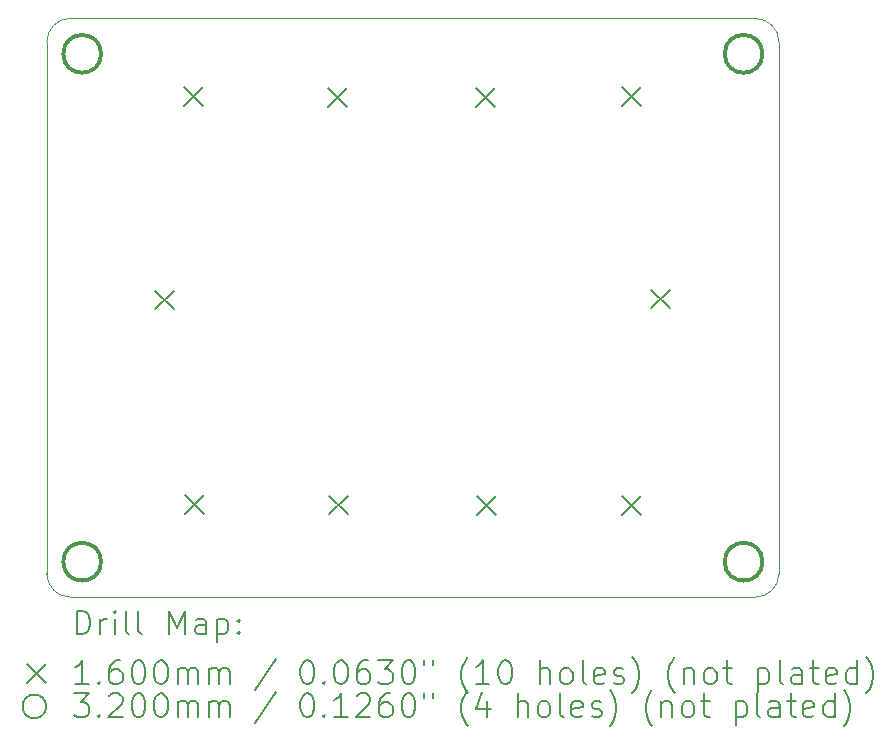
<source format=gbr>
%TF.GenerationSoftware,KiCad,Pcbnew,(6.0.9)*%
%TF.CreationDate,2023-02-05T01:33:22+02:00*%
%TF.ProjectId,Power for cam,506f7765-7220-4666-9f72-2063616d2e6b,rev?*%
%TF.SameCoordinates,Original*%
%TF.FileFunction,Drillmap*%
%TF.FilePolarity,Positive*%
%FSLAX45Y45*%
G04 Gerber Fmt 4.5, Leading zero omitted, Abs format (unit mm)*
G04 Created by KiCad (PCBNEW (6.0.9)) date 2023-02-05 01:33:22*
%MOMM*%
%LPD*%
G01*
G04 APERTURE LIST*
%ADD10C,0.100000*%
%ADD11C,0.200000*%
%ADD12C,0.160000*%
%ADD13C,0.320000*%
G04 APERTURE END LIST*
D10*
X12100000Y-10700000D02*
G75*
G03*
X12300000Y-10900000I200000J0D01*
G01*
X12300000Y-6000000D02*
G75*
G03*
X12100000Y-6200000I0J-200000D01*
G01*
X18300000Y-6200000D02*
G75*
G03*
X18100000Y-6000000I-200000J0D01*
G01*
X18100000Y-10900000D02*
G75*
G03*
X18300000Y-10700000I0J200000D01*
G01*
X18300000Y-6200000D02*
X18300000Y-10700000D01*
X12100000Y-6200000D02*
X12100000Y-10700000D01*
X12300000Y-10900000D02*
X18100000Y-10900000D01*
X12300000Y-6000000D02*
X18100000Y-6000000D01*
D11*
D12*
X13016760Y-8304540D02*
X13176760Y-8464540D01*
X13176760Y-8304540D02*
X13016760Y-8464540D01*
X13265720Y-6583700D02*
X13425720Y-6743700D01*
X13425720Y-6583700D02*
X13265720Y-6743700D01*
X13273000Y-10039000D02*
X13433000Y-10199000D01*
X13433000Y-10039000D02*
X13273000Y-10199000D01*
X14479280Y-6588020D02*
X14639280Y-6748020D01*
X14639280Y-6588020D02*
X14479280Y-6748020D01*
X14490000Y-10040000D02*
X14650000Y-10200000D01*
X14650000Y-10040000D02*
X14490000Y-10200000D01*
X15734040Y-6588020D02*
X15894040Y-6748020D01*
X15894040Y-6588020D02*
X15734040Y-6748020D01*
X15742220Y-10046260D02*
X15902220Y-10206260D01*
X15902220Y-10046260D02*
X15742220Y-10206260D01*
X16968480Y-10045280D02*
X17128480Y-10205280D01*
X17128480Y-10045280D02*
X16968480Y-10205280D01*
X16969580Y-6583700D02*
X17129580Y-6743700D01*
X17129580Y-6583700D02*
X16969580Y-6743700D01*
X17219580Y-8295680D02*
X17379580Y-8455680D01*
X17379580Y-8295680D02*
X17219580Y-8455680D01*
D13*
X12560000Y-6300000D02*
G75*
G03*
X12560000Y-6300000I-160000J0D01*
G01*
X12560000Y-10600000D02*
G75*
G03*
X12560000Y-10600000I-160000J0D01*
G01*
X18160000Y-6300000D02*
G75*
G03*
X18160000Y-6300000I-160000J0D01*
G01*
X18160000Y-10600000D02*
G75*
G03*
X18160000Y-10600000I-160000J0D01*
G01*
D11*
X12352619Y-11215476D02*
X12352619Y-11015476D01*
X12400238Y-11015476D01*
X12428809Y-11025000D01*
X12447857Y-11044048D01*
X12457381Y-11063095D01*
X12466905Y-11101190D01*
X12466905Y-11129762D01*
X12457381Y-11167857D01*
X12447857Y-11186905D01*
X12428809Y-11205952D01*
X12400238Y-11215476D01*
X12352619Y-11215476D01*
X12552619Y-11215476D02*
X12552619Y-11082143D01*
X12552619Y-11120238D02*
X12562143Y-11101190D01*
X12571667Y-11091667D01*
X12590714Y-11082143D01*
X12609762Y-11082143D01*
X12676428Y-11215476D02*
X12676428Y-11082143D01*
X12676428Y-11015476D02*
X12666905Y-11025000D01*
X12676428Y-11034524D01*
X12685952Y-11025000D01*
X12676428Y-11015476D01*
X12676428Y-11034524D01*
X12800238Y-11215476D02*
X12781190Y-11205952D01*
X12771667Y-11186905D01*
X12771667Y-11015476D01*
X12905000Y-11215476D02*
X12885952Y-11205952D01*
X12876428Y-11186905D01*
X12876428Y-11015476D01*
X13133571Y-11215476D02*
X13133571Y-11015476D01*
X13200238Y-11158333D01*
X13266905Y-11015476D01*
X13266905Y-11215476D01*
X13447857Y-11215476D02*
X13447857Y-11110714D01*
X13438333Y-11091667D01*
X13419286Y-11082143D01*
X13381190Y-11082143D01*
X13362143Y-11091667D01*
X13447857Y-11205952D02*
X13428809Y-11215476D01*
X13381190Y-11215476D01*
X13362143Y-11205952D01*
X13352619Y-11186905D01*
X13352619Y-11167857D01*
X13362143Y-11148810D01*
X13381190Y-11139286D01*
X13428809Y-11139286D01*
X13447857Y-11129762D01*
X13543095Y-11082143D02*
X13543095Y-11282143D01*
X13543095Y-11091667D02*
X13562143Y-11082143D01*
X13600238Y-11082143D01*
X13619286Y-11091667D01*
X13628809Y-11101190D01*
X13638333Y-11120238D01*
X13638333Y-11177381D01*
X13628809Y-11196428D01*
X13619286Y-11205952D01*
X13600238Y-11215476D01*
X13562143Y-11215476D01*
X13543095Y-11205952D01*
X13724048Y-11196428D02*
X13733571Y-11205952D01*
X13724048Y-11215476D01*
X13714524Y-11205952D01*
X13724048Y-11196428D01*
X13724048Y-11215476D01*
X13724048Y-11091667D02*
X13733571Y-11101190D01*
X13724048Y-11110714D01*
X13714524Y-11101190D01*
X13724048Y-11091667D01*
X13724048Y-11110714D01*
D12*
X11935000Y-11465000D02*
X12095000Y-11625000D01*
X12095000Y-11465000D02*
X11935000Y-11625000D01*
D11*
X12457381Y-11635476D02*
X12343095Y-11635476D01*
X12400238Y-11635476D02*
X12400238Y-11435476D01*
X12381190Y-11464048D01*
X12362143Y-11483095D01*
X12343095Y-11492619D01*
X12543095Y-11616428D02*
X12552619Y-11625952D01*
X12543095Y-11635476D01*
X12533571Y-11625952D01*
X12543095Y-11616428D01*
X12543095Y-11635476D01*
X12724048Y-11435476D02*
X12685952Y-11435476D01*
X12666905Y-11445000D01*
X12657381Y-11454524D01*
X12638333Y-11483095D01*
X12628809Y-11521190D01*
X12628809Y-11597381D01*
X12638333Y-11616428D01*
X12647857Y-11625952D01*
X12666905Y-11635476D01*
X12705000Y-11635476D01*
X12724048Y-11625952D01*
X12733571Y-11616428D01*
X12743095Y-11597381D01*
X12743095Y-11549762D01*
X12733571Y-11530714D01*
X12724048Y-11521190D01*
X12705000Y-11511667D01*
X12666905Y-11511667D01*
X12647857Y-11521190D01*
X12638333Y-11530714D01*
X12628809Y-11549762D01*
X12866905Y-11435476D02*
X12885952Y-11435476D01*
X12905000Y-11445000D01*
X12914524Y-11454524D01*
X12924048Y-11473571D01*
X12933571Y-11511667D01*
X12933571Y-11559286D01*
X12924048Y-11597381D01*
X12914524Y-11616428D01*
X12905000Y-11625952D01*
X12885952Y-11635476D01*
X12866905Y-11635476D01*
X12847857Y-11625952D01*
X12838333Y-11616428D01*
X12828809Y-11597381D01*
X12819286Y-11559286D01*
X12819286Y-11511667D01*
X12828809Y-11473571D01*
X12838333Y-11454524D01*
X12847857Y-11445000D01*
X12866905Y-11435476D01*
X13057381Y-11435476D02*
X13076428Y-11435476D01*
X13095476Y-11445000D01*
X13105000Y-11454524D01*
X13114524Y-11473571D01*
X13124048Y-11511667D01*
X13124048Y-11559286D01*
X13114524Y-11597381D01*
X13105000Y-11616428D01*
X13095476Y-11625952D01*
X13076428Y-11635476D01*
X13057381Y-11635476D01*
X13038333Y-11625952D01*
X13028809Y-11616428D01*
X13019286Y-11597381D01*
X13009762Y-11559286D01*
X13009762Y-11511667D01*
X13019286Y-11473571D01*
X13028809Y-11454524D01*
X13038333Y-11445000D01*
X13057381Y-11435476D01*
X13209762Y-11635476D02*
X13209762Y-11502143D01*
X13209762Y-11521190D02*
X13219286Y-11511667D01*
X13238333Y-11502143D01*
X13266905Y-11502143D01*
X13285952Y-11511667D01*
X13295476Y-11530714D01*
X13295476Y-11635476D01*
X13295476Y-11530714D02*
X13305000Y-11511667D01*
X13324048Y-11502143D01*
X13352619Y-11502143D01*
X13371667Y-11511667D01*
X13381190Y-11530714D01*
X13381190Y-11635476D01*
X13476428Y-11635476D02*
X13476428Y-11502143D01*
X13476428Y-11521190D02*
X13485952Y-11511667D01*
X13505000Y-11502143D01*
X13533571Y-11502143D01*
X13552619Y-11511667D01*
X13562143Y-11530714D01*
X13562143Y-11635476D01*
X13562143Y-11530714D02*
X13571667Y-11511667D01*
X13590714Y-11502143D01*
X13619286Y-11502143D01*
X13638333Y-11511667D01*
X13647857Y-11530714D01*
X13647857Y-11635476D01*
X14038333Y-11425952D02*
X13866905Y-11683095D01*
X14295476Y-11435476D02*
X14314524Y-11435476D01*
X14333571Y-11445000D01*
X14343095Y-11454524D01*
X14352619Y-11473571D01*
X14362143Y-11511667D01*
X14362143Y-11559286D01*
X14352619Y-11597381D01*
X14343095Y-11616428D01*
X14333571Y-11625952D01*
X14314524Y-11635476D01*
X14295476Y-11635476D01*
X14276428Y-11625952D01*
X14266905Y-11616428D01*
X14257381Y-11597381D01*
X14247857Y-11559286D01*
X14247857Y-11511667D01*
X14257381Y-11473571D01*
X14266905Y-11454524D01*
X14276428Y-11445000D01*
X14295476Y-11435476D01*
X14447857Y-11616428D02*
X14457381Y-11625952D01*
X14447857Y-11635476D01*
X14438333Y-11625952D01*
X14447857Y-11616428D01*
X14447857Y-11635476D01*
X14581190Y-11435476D02*
X14600238Y-11435476D01*
X14619286Y-11445000D01*
X14628809Y-11454524D01*
X14638333Y-11473571D01*
X14647857Y-11511667D01*
X14647857Y-11559286D01*
X14638333Y-11597381D01*
X14628809Y-11616428D01*
X14619286Y-11625952D01*
X14600238Y-11635476D01*
X14581190Y-11635476D01*
X14562143Y-11625952D01*
X14552619Y-11616428D01*
X14543095Y-11597381D01*
X14533571Y-11559286D01*
X14533571Y-11511667D01*
X14543095Y-11473571D01*
X14552619Y-11454524D01*
X14562143Y-11445000D01*
X14581190Y-11435476D01*
X14819286Y-11435476D02*
X14781190Y-11435476D01*
X14762143Y-11445000D01*
X14752619Y-11454524D01*
X14733571Y-11483095D01*
X14724048Y-11521190D01*
X14724048Y-11597381D01*
X14733571Y-11616428D01*
X14743095Y-11625952D01*
X14762143Y-11635476D01*
X14800238Y-11635476D01*
X14819286Y-11625952D01*
X14828809Y-11616428D01*
X14838333Y-11597381D01*
X14838333Y-11549762D01*
X14828809Y-11530714D01*
X14819286Y-11521190D01*
X14800238Y-11511667D01*
X14762143Y-11511667D01*
X14743095Y-11521190D01*
X14733571Y-11530714D01*
X14724048Y-11549762D01*
X14905000Y-11435476D02*
X15028809Y-11435476D01*
X14962143Y-11511667D01*
X14990714Y-11511667D01*
X15009762Y-11521190D01*
X15019286Y-11530714D01*
X15028809Y-11549762D01*
X15028809Y-11597381D01*
X15019286Y-11616428D01*
X15009762Y-11625952D01*
X14990714Y-11635476D01*
X14933571Y-11635476D01*
X14914524Y-11625952D01*
X14905000Y-11616428D01*
X15152619Y-11435476D02*
X15171667Y-11435476D01*
X15190714Y-11445000D01*
X15200238Y-11454524D01*
X15209762Y-11473571D01*
X15219286Y-11511667D01*
X15219286Y-11559286D01*
X15209762Y-11597381D01*
X15200238Y-11616428D01*
X15190714Y-11625952D01*
X15171667Y-11635476D01*
X15152619Y-11635476D01*
X15133571Y-11625952D01*
X15124048Y-11616428D01*
X15114524Y-11597381D01*
X15105000Y-11559286D01*
X15105000Y-11511667D01*
X15114524Y-11473571D01*
X15124048Y-11454524D01*
X15133571Y-11445000D01*
X15152619Y-11435476D01*
X15295476Y-11435476D02*
X15295476Y-11473571D01*
X15371667Y-11435476D02*
X15371667Y-11473571D01*
X15666905Y-11711667D02*
X15657381Y-11702143D01*
X15638333Y-11673571D01*
X15628809Y-11654524D01*
X15619286Y-11625952D01*
X15609762Y-11578333D01*
X15609762Y-11540238D01*
X15619286Y-11492619D01*
X15628809Y-11464048D01*
X15638333Y-11445000D01*
X15657381Y-11416428D01*
X15666905Y-11406905D01*
X15847857Y-11635476D02*
X15733571Y-11635476D01*
X15790714Y-11635476D02*
X15790714Y-11435476D01*
X15771667Y-11464048D01*
X15752619Y-11483095D01*
X15733571Y-11492619D01*
X15971667Y-11435476D02*
X15990714Y-11435476D01*
X16009762Y-11445000D01*
X16019286Y-11454524D01*
X16028809Y-11473571D01*
X16038333Y-11511667D01*
X16038333Y-11559286D01*
X16028809Y-11597381D01*
X16019286Y-11616428D01*
X16009762Y-11625952D01*
X15990714Y-11635476D01*
X15971667Y-11635476D01*
X15952619Y-11625952D01*
X15943095Y-11616428D01*
X15933571Y-11597381D01*
X15924048Y-11559286D01*
X15924048Y-11511667D01*
X15933571Y-11473571D01*
X15943095Y-11454524D01*
X15952619Y-11445000D01*
X15971667Y-11435476D01*
X16276428Y-11635476D02*
X16276428Y-11435476D01*
X16362143Y-11635476D02*
X16362143Y-11530714D01*
X16352619Y-11511667D01*
X16333571Y-11502143D01*
X16305000Y-11502143D01*
X16285952Y-11511667D01*
X16276428Y-11521190D01*
X16485952Y-11635476D02*
X16466905Y-11625952D01*
X16457381Y-11616428D01*
X16447857Y-11597381D01*
X16447857Y-11540238D01*
X16457381Y-11521190D01*
X16466905Y-11511667D01*
X16485952Y-11502143D01*
X16514524Y-11502143D01*
X16533571Y-11511667D01*
X16543095Y-11521190D01*
X16552619Y-11540238D01*
X16552619Y-11597381D01*
X16543095Y-11616428D01*
X16533571Y-11625952D01*
X16514524Y-11635476D01*
X16485952Y-11635476D01*
X16666905Y-11635476D02*
X16647857Y-11625952D01*
X16638333Y-11606905D01*
X16638333Y-11435476D01*
X16819286Y-11625952D02*
X16800238Y-11635476D01*
X16762143Y-11635476D01*
X16743095Y-11625952D01*
X16733571Y-11606905D01*
X16733571Y-11530714D01*
X16743095Y-11511667D01*
X16762143Y-11502143D01*
X16800238Y-11502143D01*
X16819286Y-11511667D01*
X16828810Y-11530714D01*
X16828810Y-11549762D01*
X16733571Y-11568809D01*
X16905000Y-11625952D02*
X16924048Y-11635476D01*
X16962143Y-11635476D01*
X16981190Y-11625952D01*
X16990714Y-11606905D01*
X16990714Y-11597381D01*
X16981190Y-11578333D01*
X16962143Y-11568809D01*
X16933571Y-11568809D01*
X16914524Y-11559286D01*
X16905000Y-11540238D01*
X16905000Y-11530714D01*
X16914524Y-11511667D01*
X16933571Y-11502143D01*
X16962143Y-11502143D01*
X16981190Y-11511667D01*
X17057381Y-11711667D02*
X17066905Y-11702143D01*
X17085952Y-11673571D01*
X17095476Y-11654524D01*
X17105000Y-11625952D01*
X17114524Y-11578333D01*
X17114524Y-11540238D01*
X17105000Y-11492619D01*
X17095476Y-11464048D01*
X17085952Y-11445000D01*
X17066905Y-11416428D01*
X17057381Y-11406905D01*
X17419286Y-11711667D02*
X17409762Y-11702143D01*
X17390714Y-11673571D01*
X17381190Y-11654524D01*
X17371667Y-11625952D01*
X17362143Y-11578333D01*
X17362143Y-11540238D01*
X17371667Y-11492619D01*
X17381190Y-11464048D01*
X17390714Y-11445000D01*
X17409762Y-11416428D01*
X17419286Y-11406905D01*
X17495476Y-11502143D02*
X17495476Y-11635476D01*
X17495476Y-11521190D02*
X17505000Y-11511667D01*
X17524048Y-11502143D01*
X17552619Y-11502143D01*
X17571667Y-11511667D01*
X17581190Y-11530714D01*
X17581190Y-11635476D01*
X17705000Y-11635476D02*
X17685952Y-11625952D01*
X17676429Y-11616428D01*
X17666905Y-11597381D01*
X17666905Y-11540238D01*
X17676429Y-11521190D01*
X17685952Y-11511667D01*
X17705000Y-11502143D01*
X17733571Y-11502143D01*
X17752619Y-11511667D01*
X17762143Y-11521190D01*
X17771667Y-11540238D01*
X17771667Y-11597381D01*
X17762143Y-11616428D01*
X17752619Y-11625952D01*
X17733571Y-11635476D01*
X17705000Y-11635476D01*
X17828810Y-11502143D02*
X17905000Y-11502143D01*
X17857381Y-11435476D02*
X17857381Y-11606905D01*
X17866905Y-11625952D01*
X17885952Y-11635476D01*
X17905000Y-11635476D01*
X18124048Y-11502143D02*
X18124048Y-11702143D01*
X18124048Y-11511667D02*
X18143095Y-11502143D01*
X18181190Y-11502143D01*
X18200238Y-11511667D01*
X18209762Y-11521190D01*
X18219286Y-11540238D01*
X18219286Y-11597381D01*
X18209762Y-11616428D01*
X18200238Y-11625952D01*
X18181190Y-11635476D01*
X18143095Y-11635476D01*
X18124048Y-11625952D01*
X18333571Y-11635476D02*
X18314524Y-11625952D01*
X18305000Y-11606905D01*
X18305000Y-11435476D01*
X18495476Y-11635476D02*
X18495476Y-11530714D01*
X18485952Y-11511667D01*
X18466905Y-11502143D01*
X18428810Y-11502143D01*
X18409762Y-11511667D01*
X18495476Y-11625952D02*
X18476429Y-11635476D01*
X18428810Y-11635476D01*
X18409762Y-11625952D01*
X18400238Y-11606905D01*
X18400238Y-11587857D01*
X18409762Y-11568809D01*
X18428810Y-11559286D01*
X18476429Y-11559286D01*
X18495476Y-11549762D01*
X18562143Y-11502143D02*
X18638333Y-11502143D01*
X18590714Y-11435476D02*
X18590714Y-11606905D01*
X18600238Y-11625952D01*
X18619286Y-11635476D01*
X18638333Y-11635476D01*
X18781190Y-11625952D02*
X18762143Y-11635476D01*
X18724048Y-11635476D01*
X18705000Y-11625952D01*
X18695476Y-11606905D01*
X18695476Y-11530714D01*
X18705000Y-11511667D01*
X18724048Y-11502143D01*
X18762143Y-11502143D01*
X18781190Y-11511667D01*
X18790714Y-11530714D01*
X18790714Y-11549762D01*
X18695476Y-11568809D01*
X18962143Y-11635476D02*
X18962143Y-11435476D01*
X18962143Y-11625952D02*
X18943095Y-11635476D01*
X18905000Y-11635476D01*
X18885952Y-11625952D01*
X18876429Y-11616428D01*
X18866905Y-11597381D01*
X18866905Y-11540238D01*
X18876429Y-11521190D01*
X18885952Y-11511667D01*
X18905000Y-11502143D01*
X18943095Y-11502143D01*
X18962143Y-11511667D01*
X19038333Y-11711667D02*
X19047857Y-11702143D01*
X19066905Y-11673571D01*
X19076429Y-11654524D01*
X19085952Y-11625952D01*
X19095476Y-11578333D01*
X19095476Y-11540238D01*
X19085952Y-11492619D01*
X19076429Y-11464048D01*
X19066905Y-11445000D01*
X19047857Y-11416428D01*
X19038333Y-11406905D01*
X12095000Y-11825000D02*
G75*
G03*
X12095000Y-11825000I-100000J0D01*
G01*
X12333571Y-11715476D02*
X12457381Y-11715476D01*
X12390714Y-11791667D01*
X12419286Y-11791667D01*
X12438333Y-11801190D01*
X12447857Y-11810714D01*
X12457381Y-11829762D01*
X12457381Y-11877381D01*
X12447857Y-11896428D01*
X12438333Y-11905952D01*
X12419286Y-11915476D01*
X12362143Y-11915476D01*
X12343095Y-11905952D01*
X12333571Y-11896428D01*
X12543095Y-11896428D02*
X12552619Y-11905952D01*
X12543095Y-11915476D01*
X12533571Y-11905952D01*
X12543095Y-11896428D01*
X12543095Y-11915476D01*
X12628809Y-11734524D02*
X12638333Y-11725000D01*
X12657381Y-11715476D01*
X12705000Y-11715476D01*
X12724048Y-11725000D01*
X12733571Y-11734524D01*
X12743095Y-11753571D01*
X12743095Y-11772619D01*
X12733571Y-11801190D01*
X12619286Y-11915476D01*
X12743095Y-11915476D01*
X12866905Y-11715476D02*
X12885952Y-11715476D01*
X12905000Y-11725000D01*
X12914524Y-11734524D01*
X12924048Y-11753571D01*
X12933571Y-11791667D01*
X12933571Y-11839286D01*
X12924048Y-11877381D01*
X12914524Y-11896428D01*
X12905000Y-11905952D01*
X12885952Y-11915476D01*
X12866905Y-11915476D01*
X12847857Y-11905952D01*
X12838333Y-11896428D01*
X12828809Y-11877381D01*
X12819286Y-11839286D01*
X12819286Y-11791667D01*
X12828809Y-11753571D01*
X12838333Y-11734524D01*
X12847857Y-11725000D01*
X12866905Y-11715476D01*
X13057381Y-11715476D02*
X13076428Y-11715476D01*
X13095476Y-11725000D01*
X13105000Y-11734524D01*
X13114524Y-11753571D01*
X13124048Y-11791667D01*
X13124048Y-11839286D01*
X13114524Y-11877381D01*
X13105000Y-11896428D01*
X13095476Y-11905952D01*
X13076428Y-11915476D01*
X13057381Y-11915476D01*
X13038333Y-11905952D01*
X13028809Y-11896428D01*
X13019286Y-11877381D01*
X13009762Y-11839286D01*
X13009762Y-11791667D01*
X13019286Y-11753571D01*
X13028809Y-11734524D01*
X13038333Y-11725000D01*
X13057381Y-11715476D01*
X13209762Y-11915476D02*
X13209762Y-11782143D01*
X13209762Y-11801190D02*
X13219286Y-11791667D01*
X13238333Y-11782143D01*
X13266905Y-11782143D01*
X13285952Y-11791667D01*
X13295476Y-11810714D01*
X13295476Y-11915476D01*
X13295476Y-11810714D02*
X13305000Y-11791667D01*
X13324048Y-11782143D01*
X13352619Y-11782143D01*
X13371667Y-11791667D01*
X13381190Y-11810714D01*
X13381190Y-11915476D01*
X13476428Y-11915476D02*
X13476428Y-11782143D01*
X13476428Y-11801190D02*
X13485952Y-11791667D01*
X13505000Y-11782143D01*
X13533571Y-11782143D01*
X13552619Y-11791667D01*
X13562143Y-11810714D01*
X13562143Y-11915476D01*
X13562143Y-11810714D02*
X13571667Y-11791667D01*
X13590714Y-11782143D01*
X13619286Y-11782143D01*
X13638333Y-11791667D01*
X13647857Y-11810714D01*
X13647857Y-11915476D01*
X14038333Y-11705952D02*
X13866905Y-11963095D01*
X14295476Y-11715476D02*
X14314524Y-11715476D01*
X14333571Y-11725000D01*
X14343095Y-11734524D01*
X14352619Y-11753571D01*
X14362143Y-11791667D01*
X14362143Y-11839286D01*
X14352619Y-11877381D01*
X14343095Y-11896428D01*
X14333571Y-11905952D01*
X14314524Y-11915476D01*
X14295476Y-11915476D01*
X14276428Y-11905952D01*
X14266905Y-11896428D01*
X14257381Y-11877381D01*
X14247857Y-11839286D01*
X14247857Y-11791667D01*
X14257381Y-11753571D01*
X14266905Y-11734524D01*
X14276428Y-11725000D01*
X14295476Y-11715476D01*
X14447857Y-11896428D02*
X14457381Y-11905952D01*
X14447857Y-11915476D01*
X14438333Y-11905952D01*
X14447857Y-11896428D01*
X14447857Y-11915476D01*
X14647857Y-11915476D02*
X14533571Y-11915476D01*
X14590714Y-11915476D02*
X14590714Y-11715476D01*
X14571667Y-11744048D01*
X14552619Y-11763095D01*
X14533571Y-11772619D01*
X14724048Y-11734524D02*
X14733571Y-11725000D01*
X14752619Y-11715476D01*
X14800238Y-11715476D01*
X14819286Y-11725000D01*
X14828809Y-11734524D01*
X14838333Y-11753571D01*
X14838333Y-11772619D01*
X14828809Y-11801190D01*
X14714524Y-11915476D01*
X14838333Y-11915476D01*
X15009762Y-11715476D02*
X14971667Y-11715476D01*
X14952619Y-11725000D01*
X14943095Y-11734524D01*
X14924048Y-11763095D01*
X14914524Y-11801190D01*
X14914524Y-11877381D01*
X14924048Y-11896428D01*
X14933571Y-11905952D01*
X14952619Y-11915476D01*
X14990714Y-11915476D01*
X15009762Y-11905952D01*
X15019286Y-11896428D01*
X15028809Y-11877381D01*
X15028809Y-11829762D01*
X15019286Y-11810714D01*
X15009762Y-11801190D01*
X14990714Y-11791667D01*
X14952619Y-11791667D01*
X14933571Y-11801190D01*
X14924048Y-11810714D01*
X14914524Y-11829762D01*
X15152619Y-11715476D02*
X15171667Y-11715476D01*
X15190714Y-11725000D01*
X15200238Y-11734524D01*
X15209762Y-11753571D01*
X15219286Y-11791667D01*
X15219286Y-11839286D01*
X15209762Y-11877381D01*
X15200238Y-11896428D01*
X15190714Y-11905952D01*
X15171667Y-11915476D01*
X15152619Y-11915476D01*
X15133571Y-11905952D01*
X15124048Y-11896428D01*
X15114524Y-11877381D01*
X15105000Y-11839286D01*
X15105000Y-11791667D01*
X15114524Y-11753571D01*
X15124048Y-11734524D01*
X15133571Y-11725000D01*
X15152619Y-11715476D01*
X15295476Y-11715476D02*
X15295476Y-11753571D01*
X15371667Y-11715476D02*
X15371667Y-11753571D01*
X15666905Y-11991667D02*
X15657381Y-11982143D01*
X15638333Y-11953571D01*
X15628809Y-11934524D01*
X15619286Y-11905952D01*
X15609762Y-11858333D01*
X15609762Y-11820238D01*
X15619286Y-11772619D01*
X15628809Y-11744048D01*
X15638333Y-11725000D01*
X15657381Y-11696428D01*
X15666905Y-11686905D01*
X15828809Y-11782143D02*
X15828809Y-11915476D01*
X15781190Y-11705952D02*
X15733571Y-11848809D01*
X15857381Y-11848809D01*
X16085952Y-11915476D02*
X16085952Y-11715476D01*
X16171667Y-11915476D02*
X16171667Y-11810714D01*
X16162143Y-11791667D01*
X16143095Y-11782143D01*
X16114524Y-11782143D01*
X16095476Y-11791667D01*
X16085952Y-11801190D01*
X16295476Y-11915476D02*
X16276428Y-11905952D01*
X16266905Y-11896428D01*
X16257381Y-11877381D01*
X16257381Y-11820238D01*
X16266905Y-11801190D01*
X16276428Y-11791667D01*
X16295476Y-11782143D01*
X16324048Y-11782143D01*
X16343095Y-11791667D01*
X16352619Y-11801190D01*
X16362143Y-11820238D01*
X16362143Y-11877381D01*
X16352619Y-11896428D01*
X16343095Y-11905952D01*
X16324048Y-11915476D01*
X16295476Y-11915476D01*
X16476428Y-11915476D02*
X16457381Y-11905952D01*
X16447857Y-11886905D01*
X16447857Y-11715476D01*
X16628809Y-11905952D02*
X16609762Y-11915476D01*
X16571667Y-11915476D01*
X16552619Y-11905952D01*
X16543095Y-11886905D01*
X16543095Y-11810714D01*
X16552619Y-11791667D01*
X16571667Y-11782143D01*
X16609762Y-11782143D01*
X16628809Y-11791667D01*
X16638333Y-11810714D01*
X16638333Y-11829762D01*
X16543095Y-11848809D01*
X16714524Y-11905952D02*
X16733571Y-11915476D01*
X16771667Y-11915476D01*
X16790714Y-11905952D01*
X16800238Y-11886905D01*
X16800238Y-11877381D01*
X16790714Y-11858333D01*
X16771667Y-11848809D01*
X16743095Y-11848809D01*
X16724048Y-11839286D01*
X16714524Y-11820238D01*
X16714524Y-11810714D01*
X16724048Y-11791667D01*
X16743095Y-11782143D01*
X16771667Y-11782143D01*
X16790714Y-11791667D01*
X16866905Y-11991667D02*
X16876429Y-11982143D01*
X16895476Y-11953571D01*
X16905000Y-11934524D01*
X16914524Y-11905952D01*
X16924048Y-11858333D01*
X16924048Y-11820238D01*
X16914524Y-11772619D01*
X16905000Y-11744048D01*
X16895476Y-11725000D01*
X16876429Y-11696428D01*
X16866905Y-11686905D01*
X17228810Y-11991667D02*
X17219286Y-11982143D01*
X17200238Y-11953571D01*
X17190714Y-11934524D01*
X17181190Y-11905952D01*
X17171667Y-11858333D01*
X17171667Y-11820238D01*
X17181190Y-11772619D01*
X17190714Y-11744048D01*
X17200238Y-11725000D01*
X17219286Y-11696428D01*
X17228810Y-11686905D01*
X17305000Y-11782143D02*
X17305000Y-11915476D01*
X17305000Y-11801190D02*
X17314524Y-11791667D01*
X17333571Y-11782143D01*
X17362143Y-11782143D01*
X17381190Y-11791667D01*
X17390714Y-11810714D01*
X17390714Y-11915476D01*
X17514524Y-11915476D02*
X17495476Y-11905952D01*
X17485952Y-11896428D01*
X17476429Y-11877381D01*
X17476429Y-11820238D01*
X17485952Y-11801190D01*
X17495476Y-11791667D01*
X17514524Y-11782143D01*
X17543095Y-11782143D01*
X17562143Y-11791667D01*
X17571667Y-11801190D01*
X17581190Y-11820238D01*
X17581190Y-11877381D01*
X17571667Y-11896428D01*
X17562143Y-11905952D01*
X17543095Y-11915476D01*
X17514524Y-11915476D01*
X17638333Y-11782143D02*
X17714524Y-11782143D01*
X17666905Y-11715476D02*
X17666905Y-11886905D01*
X17676429Y-11905952D01*
X17695476Y-11915476D01*
X17714524Y-11915476D01*
X17933571Y-11782143D02*
X17933571Y-11982143D01*
X17933571Y-11791667D02*
X17952619Y-11782143D01*
X17990714Y-11782143D01*
X18009762Y-11791667D01*
X18019286Y-11801190D01*
X18028810Y-11820238D01*
X18028810Y-11877381D01*
X18019286Y-11896428D01*
X18009762Y-11905952D01*
X17990714Y-11915476D01*
X17952619Y-11915476D01*
X17933571Y-11905952D01*
X18143095Y-11915476D02*
X18124048Y-11905952D01*
X18114524Y-11886905D01*
X18114524Y-11715476D01*
X18305000Y-11915476D02*
X18305000Y-11810714D01*
X18295476Y-11791667D01*
X18276429Y-11782143D01*
X18238333Y-11782143D01*
X18219286Y-11791667D01*
X18305000Y-11905952D02*
X18285952Y-11915476D01*
X18238333Y-11915476D01*
X18219286Y-11905952D01*
X18209762Y-11886905D01*
X18209762Y-11867857D01*
X18219286Y-11848809D01*
X18238333Y-11839286D01*
X18285952Y-11839286D01*
X18305000Y-11829762D01*
X18371667Y-11782143D02*
X18447857Y-11782143D01*
X18400238Y-11715476D02*
X18400238Y-11886905D01*
X18409762Y-11905952D01*
X18428810Y-11915476D01*
X18447857Y-11915476D01*
X18590714Y-11905952D02*
X18571667Y-11915476D01*
X18533571Y-11915476D01*
X18514524Y-11905952D01*
X18505000Y-11886905D01*
X18505000Y-11810714D01*
X18514524Y-11791667D01*
X18533571Y-11782143D01*
X18571667Y-11782143D01*
X18590714Y-11791667D01*
X18600238Y-11810714D01*
X18600238Y-11829762D01*
X18505000Y-11848809D01*
X18771667Y-11915476D02*
X18771667Y-11715476D01*
X18771667Y-11905952D02*
X18752619Y-11915476D01*
X18714524Y-11915476D01*
X18695476Y-11905952D01*
X18685952Y-11896428D01*
X18676429Y-11877381D01*
X18676429Y-11820238D01*
X18685952Y-11801190D01*
X18695476Y-11791667D01*
X18714524Y-11782143D01*
X18752619Y-11782143D01*
X18771667Y-11791667D01*
X18847857Y-11991667D02*
X18857381Y-11982143D01*
X18876429Y-11953571D01*
X18885952Y-11934524D01*
X18895476Y-11905952D01*
X18905000Y-11858333D01*
X18905000Y-11820238D01*
X18895476Y-11772619D01*
X18885952Y-11744048D01*
X18876429Y-11725000D01*
X18857381Y-11696428D01*
X18847857Y-11686905D01*
M02*

</source>
